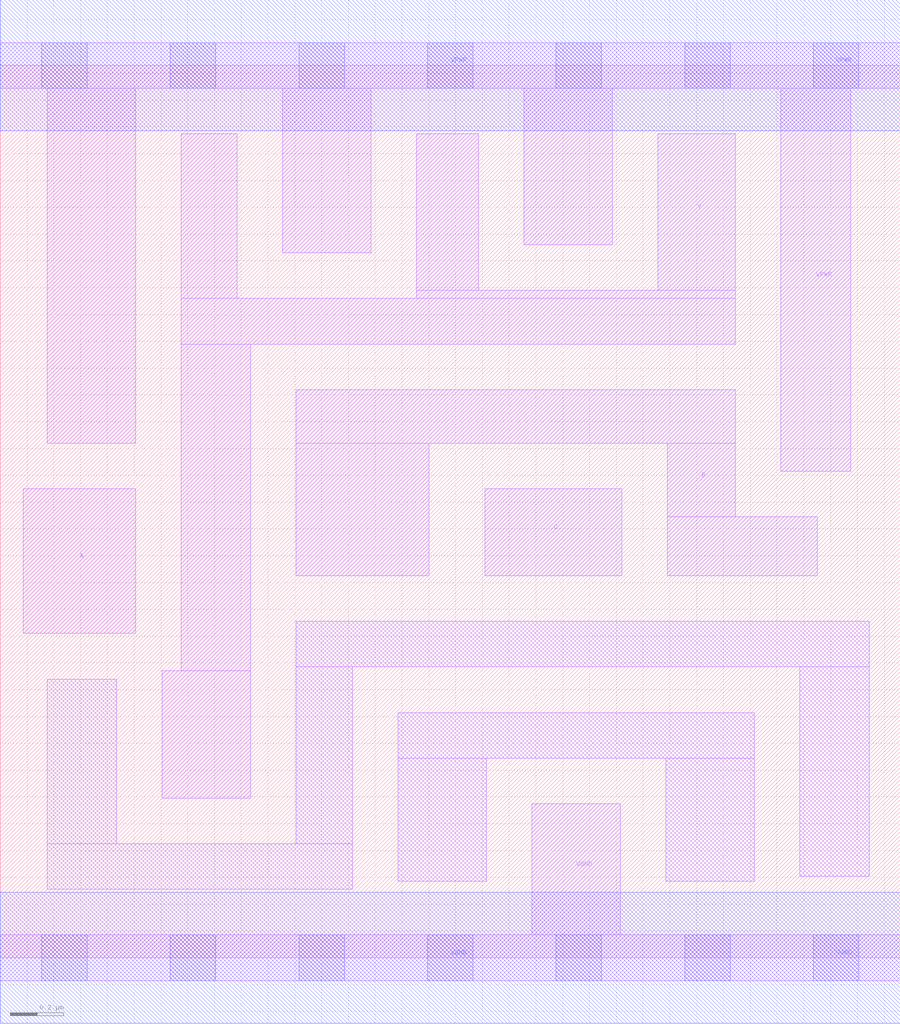
<source format=lef>
# Copyright 2020 The SkyWater PDK Authors
#
# Licensed under the Apache License, Version 2.0 (the "License");
# you may not use this file except in compliance with the License.
# You may obtain a copy of the License at
#
#     https://www.apache.org/licenses/LICENSE-2.0
#
# Unless required by applicable law or agreed to in writing, software
# distributed under the License is distributed on an "AS IS" BASIS,
# WITHOUT WARRANTIES OR CONDITIONS OF ANY KIND, either express or implied.
# See the License for the specific language governing permissions and
# limitations under the License.
#
# SPDX-License-Identifier: Apache-2.0

VERSION 5.7 ;
  NAMESCASESENSITIVE ON ;
  NOWIREEXTENSIONATPIN ON ;
  DIVIDERCHAR "/" ;
  BUSBITCHARS "[]" ;
UNITS
  DATABASE MICRONS 200 ;
END UNITS
MACRO sky130_fd_sc_lp__nand3_2
  CLASS CORE ;
  SOURCE USER ;
  FOREIGN sky130_fd_sc_lp__nand3_2 ;
  ORIGIN  0.000000  0.000000 ;
  SIZE  3.360000 BY  3.330000 ;
  SYMMETRY X Y R90 ;
  SITE unit ;
  PIN A
    ANTENNAGATEAREA  0.630000 ;
    DIRECTION INPUT ;
    USE SIGNAL ;
    PORT
      LAYER li1 ;
        RECT 0.085000 1.210000 0.505000 1.750000 ;
    END
  END A
  PIN B
    ANTENNAGATEAREA  0.630000 ;
    DIRECTION INPUT ;
    USE SIGNAL ;
    PORT
      LAYER li1 ;
        RECT 1.105000 1.425000 1.600000 1.920000 ;
        RECT 1.105000 1.920000 2.745000 2.120000 ;
        RECT 2.490000 1.425000 3.050000 1.645000 ;
        RECT 2.490000 1.645000 2.745000 1.920000 ;
    END
  END B
  PIN C
    ANTENNAGATEAREA  0.630000 ;
    DIRECTION INPUT ;
    USE SIGNAL ;
    PORT
      LAYER li1 ;
        RECT 1.810000 1.425000 2.320000 1.750000 ;
    END
  END C
  PIN Y
    ANTENNADIFFAREA  1.293600 ;
    DIRECTION OUTPUT ;
    USE SIGNAL ;
    PORT
      LAYER li1 ;
        RECT 0.605000 0.595000 0.935000 1.070000 ;
        RECT 0.675000 1.070000 0.935000 2.290000 ;
        RECT 0.675000 2.290000 2.745000 2.460000 ;
        RECT 0.675000 2.460000 0.885000 3.075000 ;
        RECT 1.555000 2.460000 2.745000 2.490000 ;
        RECT 1.555000 2.490000 1.785000 3.075000 ;
        RECT 2.455000 2.490000 2.745000 3.075000 ;
    END
  END Y
  PIN VGND
    DIRECTION INOUT ;
    USE GROUND ;
    PORT
      LAYER li1 ;
        RECT 0.000000 -0.085000 3.360000 0.085000 ;
        RECT 1.985000  0.085000 2.315000 0.575000 ;
      LAYER mcon ;
        RECT 0.155000 -0.085000 0.325000 0.085000 ;
        RECT 0.635000 -0.085000 0.805000 0.085000 ;
        RECT 1.115000 -0.085000 1.285000 0.085000 ;
        RECT 1.595000 -0.085000 1.765000 0.085000 ;
        RECT 2.075000 -0.085000 2.245000 0.085000 ;
        RECT 2.555000 -0.085000 2.725000 0.085000 ;
        RECT 3.035000 -0.085000 3.205000 0.085000 ;
      LAYER met1 ;
        RECT 0.000000 -0.245000 3.360000 0.245000 ;
    END
  END VGND
  PIN VPWR
    DIRECTION INOUT ;
    USE POWER ;
    PORT
      LAYER li1 ;
        RECT 0.000000 3.245000 3.360000 3.415000 ;
        RECT 0.175000 1.920000 0.505000 3.245000 ;
        RECT 1.055000 2.630000 1.385000 3.245000 ;
        RECT 1.955000 2.660000 2.285000 3.245000 ;
        RECT 2.915000 1.815000 3.175000 3.245000 ;
      LAYER mcon ;
        RECT 0.155000 3.245000 0.325000 3.415000 ;
        RECT 0.635000 3.245000 0.805000 3.415000 ;
        RECT 1.115000 3.245000 1.285000 3.415000 ;
        RECT 1.595000 3.245000 1.765000 3.415000 ;
        RECT 2.075000 3.245000 2.245000 3.415000 ;
        RECT 2.555000 3.245000 2.725000 3.415000 ;
        RECT 3.035000 3.245000 3.205000 3.415000 ;
      LAYER met1 ;
        RECT 0.000000 3.085000 3.360000 3.575000 ;
    END
  END VPWR
  OBS
    LAYER li1 ;
      RECT 0.175000 0.255000 1.315000 0.425000 ;
      RECT 0.175000 0.425000 0.435000 1.040000 ;
      RECT 1.105000 0.425000 1.315000 1.085000 ;
      RECT 1.105000 1.085000 3.245000 1.255000 ;
      RECT 1.485000 0.285000 1.815000 0.745000 ;
      RECT 1.485000 0.745000 2.815000 0.915000 ;
      RECT 2.485000 0.285000 2.815000 0.745000 ;
      RECT 2.985000 0.305000 3.245000 1.085000 ;
  END
END sky130_fd_sc_lp__nand3_2

</source>
